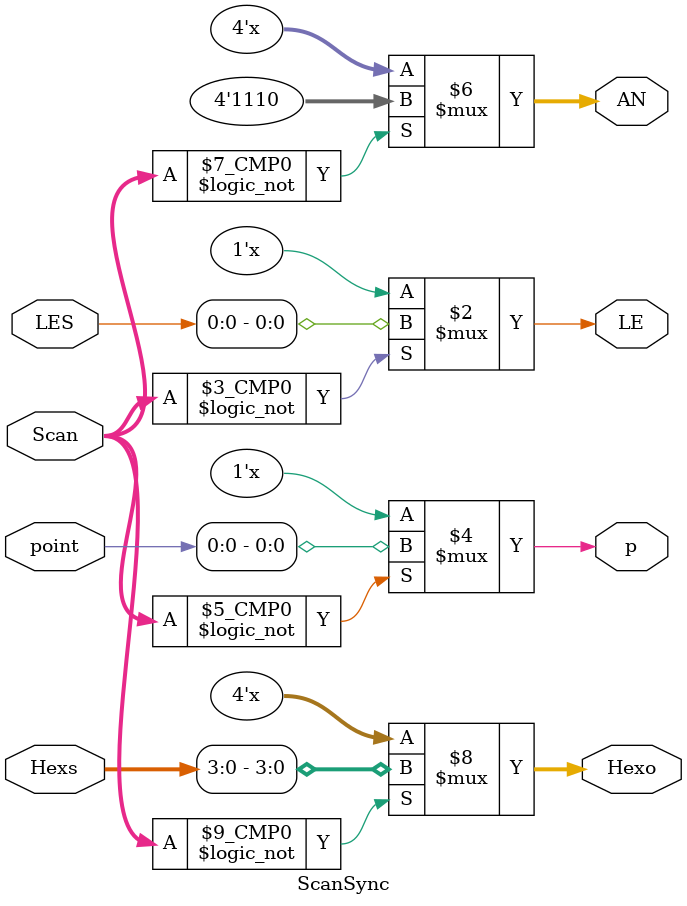
<source format=v>
`timescale 1ns / 1ps
module ScanSync(Hexs,Scan,point,LES,Hexo,p,LE,AN);
 input [31:0] Hexs;
 input [2:0] Scan;
 input [7:0] point;
 input [7:0] LES;
 output reg [3:0] Hexo;
 output reg p,LE;
 output reg [3:0] AN;
 always@* begin
  case(Scan)
      3'b000:begin Hexo<=Hexs[3:0];    AN<=4'b1110;p<=point[0];LE<=LES[0];end

	endcase
	end
endmodule

</source>
